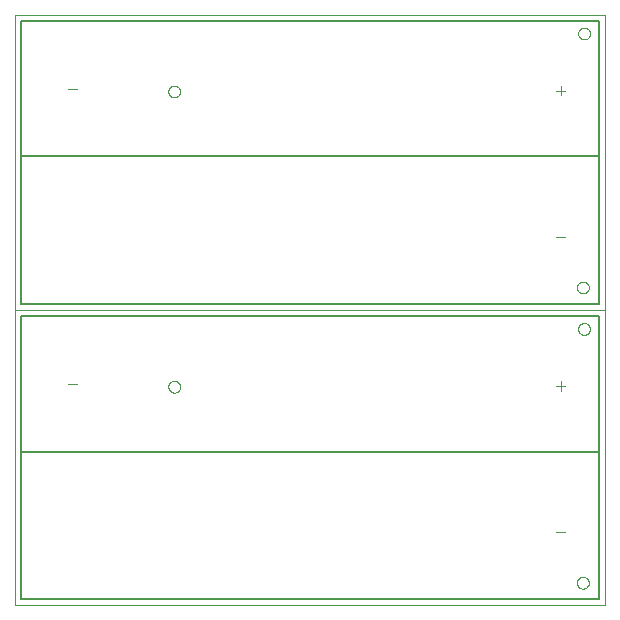
<source format=gbo>
G75*
%MOIN*%
%OFA0B0*%
%FSLAX25Y25*%
%IPPOS*%
%LPD*%
%AMOC8*
5,1,8,0,0,1.08239X$1,22.5*
%
%ADD10C,0.00000*%
%ADD11C,0.00500*%
%ADD12C,0.00400*%
D10*
X0001000Y0001013D02*
X0197850Y0001013D01*
X0197850Y0099438D01*
X0001000Y0099438D01*
X0001000Y0197863D01*
X0197850Y0197863D01*
X0197850Y0099438D01*
X0188795Y0093139D02*
X0188797Y0093227D01*
X0188803Y0093315D01*
X0188813Y0093403D01*
X0188827Y0093491D01*
X0188844Y0093577D01*
X0188866Y0093663D01*
X0188891Y0093747D01*
X0188921Y0093831D01*
X0188953Y0093913D01*
X0188990Y0093993D01*
X0189030Y0094072D01*
X0189074Y0094149D01*
X0189121Y0094224D01*
X0189171Y0094296D01*
X0189225Y0094367D01*
X0189281Y0094434D01*
X0189341Y0094500D01*
X0189403Y0094562D01*
X0189469Y0094622D01*
X0189536Y0094678D01*
X0189607Y0094732D01*
X0189679Y0094782D01*
X0189754Y0094829D01*
X0189831Y0094873D01*
X0189910Y0094913D01*
X0189990Y0094950D01*
X0190072Y0094982D01*
X0190156Y0095012D01*
X0190240Y0095037D01*
X0190326Y0095059D01*
X0190412Y0095076D01*
X0190500Y0095090D01*
X0190588Y0095100D01*
X0190676Y0095106D01*
X0190764Y0095108D01*
X0190852Y0095106D01*
X0190940Y0095100D01*
X0191028Y0095090D01*
X0191116Y0095076D01*
X0191202Y0095059D01*
X0191288Y0095037D01*
X0191372Y0095012D01*
X0191456Y0094982D01*
X0191538Y0094950D01*
X0191618Y0094913D01*
X0191697Y0094873D01*
X0191774Y0094829D01*
X0191849Y0094782D01*
X0191921Y0094732D01*
X0191992Y0094678D01*
X0192059Y0094622D01*
X0192125Y0094562D01*
X0192187Y0094500D01*
X0192247Y0094434D01*
X0192303Y0094367D01*
X0192357Y0094296D01*
X0192407Y0094224D01*
X0192454Y0094149D01*
X0192498Y0094072D01*
X0192538Y0093993D01*
X0192575Y0093913D01*
X0192607Y0093831D01*
X0192637Y0093747D01*
X0192662Y0093663D01*
X0192684Y0093577D01*
X0192701Y0093491D01*
X0192715Y0093403D01*
X0192725Y0093315D01*
X0192731Y0093227D01*
X0192733Y0093139D01*
X0192731Y0093051D01*
X0192725Y0092963D01*
X0192715Y0092875D01*
X0192701Y0092787D01*
X0192684Y0092701D01*
X0192662Y0092615D01*
X0192637Y0092531D01*
X0192607Y0092447D01*
X0192575Y0092365D01*
X0192538Y0092285D01*
X0192498Y0092206D01*
X0192454Y0092129D01*
X0192407Y0092054D01*
X0192357Y0091982D01*
X0192303Y0091911D01*
X0192247Y0091844D01*
X0192187Y0091778D01*
X0192125Y0091716D01*
X0192059Y0091656D01*
X0191992Y0091600D01*
X0191921Y0091546D01*
X0191849Y0091496D01*
X0191774Y0091449D01*
X0191697Y0091405D01*
X0191618Y0091365D01*
X0191538Y0091328D01*
X0191456Y0091296D01*
X0191372Y0091266D01*
X0191288Y0091241D01*
X0191202Y0091219D01*
X0191116Y0091202D01*
X0191028Y0091188D01*
X0190940Y0091178D01*
X0190852Y0091172D01*
X0190764Y0091170D01*
X0190676Y0091172D01*
X0190588Y0091178D01*
X0190500Y0091188D01*
X0190412Y0091202D01*
X0190326Y0091219D01*
X0190240Y0091241D01*
X0190156Y0091266D01*
X0190072Y0091296D01*
X0189990Y0091328D01*
X0189910Y0091365D01*
X0189831Y0091405D01*
X0189754Y0091449D01*
X0189679Y0091496D01*
X0189607Y0091546D01*
X0189536Y0091600D01*
X0189469Y0091656D01*
X0189403Y0091716D01*
X0189341Y0091778D01*
X0189281Y0091844D01*
X0189225Y0091911D01*
X0189171Y0091982D01*
X0189121Y0092054D01*
X0189074Y0092129D01*
X0189030Y0092206D01*
X0188990Y0092285D01*
X0188953Y0092365D01*
X0188921Y0092447D01*
X0188891Y0092531D01*
X0188866Y0092615D01*
X0188844Y0092701D01*
X0188827Y0092787D01*
X0188813Y0092875D01*
X0188803Y0092963D01*
X0188797Y0093051D01*
X0188795Y0093139D01*
X0188401Y0106918D02*
X0188403Y0107006D01*
X0188409Y0107094D01*
X0188419Y0107182D01*
X0188433Y0107270D01*
X0188450Y0107356D01*
X0188472Y0107442D01*
X0188497Y0107526D01*
X0188527Y0107610D01*
X0188559Y0107692D01*
X0188596Y0107772D01*
X0188636Y0107851D01*
X0188680Y0107928D01*
X0188727Y0108003D01*
X0188777Y0108075D01*
X0188831Y0108146D01*
X0188887Y0108213D01*
X0188947Y0108279D01*
X0189009Y0108341D01*
X0189075Y0108401D01*
X0189142Y0108457D01*
X0189213Y0108511D01*
X0189285Y0108561D01*
X0189360Y0108608D01*
X0189437Y0108652D01*
X0189516Y0108692D01*
X0189596Y0108729D01*
X0189678Y0108761D01*
X0189762Y0108791D01*
X0189846Y0108816D01*
X0189932Y0108838D01*
X0190018Y0108855D01*
X0190106Y0108869D01*
X0190194Y0108879D01*
X0190282Y0108885D01*
X0190370Y0108887D01*
X0190458Y0108885D01*
X0190546Y0108879D01*
X0190634Y0108869D01*
X0190722Y0108855D01*
X0190808Y0108838D01*
X0190894Y0108816D01*
X0190978Y0108791D01*
X0191062Y0108761D01*
X0191144Y0108729D01*
X0191224Y0108692D01*
X0191303Y0108652D01*
X0191380Y0108608D01*
X0191455Y0108561D01*
X0191527Y0108511D01*
X0191598Y0108457D01*
X0191665Y0108401D01*
X0191731Y0108341D01*
X0191793Y0108279D01*
X0191853Y0108213D01*
X0191909Y0108146D01*
X0191963Y0108075D01*
X0192013Y0108003D01*
X0192060Y0107928D01*
X0192104Y0107851D01*
X0192144Y0107772D01*
X0192181Y0107692D01*
X0192213Y0107610D01*
X0192243Y0107526D01*
X0192268Y0107442D01*
X0192290Y0107356D01*
X0192307Y0107270D01*
X0192321Y0107182D01*
X0192331Y0107094D01*
X0192337Y0107006D01*
X0192339Y0106918D01*
X0192337Y0106830D01*
X0192331Y0106742D01*
X0192321Y0106654D01*
X0192307Y0106566D01*
X0192290Y0106480D01*
X0192268Y0106394D01*
X0192243Y0106310D01*
X0192213Y0106226D01*
X0192181Y0106144D01*
X0192144Y0106064D01*
X0192104Y0105985D01*
X0192060Y0105908D01*
X0192013Y0105833D01*
X0191963Y0105761D01*
X0191909Y0105690D01*
X0191853Y0105623D01*
X0191793Y0105557D01*
X0191731Y0105495D01*
X0191665Y0105435D01*
X0191598Y0105379D01*
X0191527Y0105325D01*
X0191455Y0105275D01*
X0191380Y0105228D01*
X0191303Y0105184D01*
X0191224Y0105144D01*
X0191144Y0105107D01*
X0191062Y0105075D01*
X0190978Y0105045D01*
X0190894Y0105020D01*
X0190808Y0104998D01*
X0190722Y0104981D01*
X0190634Y0104967D01*
X0190546Y0104957D01*
X0190458Y0104951D01*
X0190370Y0104949D01*
X0190282Y0104951D01*
X0190194Y0104957D01*
X0190106Y0104967D01*
X0190018Y0104981D01*
X0189932Y0104998D01*
X0189846Y0105020D01*
X0189762Y0105045D01*
X0189678Y0105075D01*
X0189596Y0105107D01*
X0189516Y0105144D01*
X0189437Y0105184D01*
X0189360Y0105228D01*
X0189285Y0105275D01*
X0189213Y0105325D01*
X0189142Y0105379D01*
X0189075Y0105435D01*
X0189009Y0105495D01*
X0188947Y0105557D01*
X0188887Y0105623D01*
X0188831Y0105690D01*
X0188777Y0105761D01*
X0188727Y0105833D01*
X0188680Y0105908D01*
X0188636Y0105985D01*
X0188596Y0106064D01*
X0188559Y0106144D01*
X0188527Y0106226D01*
X0188497Y0106310D01*
X0188472Y0106394D01*
X0188450Y0106480D01*
X0188433Y0106566D01*
X0188419Y0106654D01*
X0188409Y0106742D01*
X0188403Y0106830D01*
X0188401Y0106918D01*
X0188795Y0191564D02*
X0188797Y0191652D01*
X0188803Y0191740D01*
X0188813Y0191828D01*
X0188827Y0191916D01*
X0188844Y0192002D01*
X0188866Y0192088D01*
X0188891Y0192172D01*
X0188921Y0192256D01*
X0188953Y0192338D01*
X0188990Y0192418D01*
X0189030Y0192497D01*
X0189074Y0192574D01*
X0189121Y0192649D01*
X0189171Y0192721D01*
X0189225Y0192792D01*
X0189281Y0192859D01*
X0189341Y0192925D01*
X0189403Y0192987D01*
X0189469Y0193047D01*
X0189536Y0193103D01*
X0189607Y0193157D01*
X0189679Y0193207D01*
X0189754Y0193254D01*
X0189831Y0193298D01*
X0189910Y0193338D01*
X0189990Y0193375D01*
X0190072Y0193407D01*
X0190156Y0193437D01*
X0190240Y0193462D01*
X0190326Y0193484D01*
X0190412Y0193501D01*
X0190500Y0193515D01*
X0190588Y0193525D01*
X0190676Y0193531D01*
X0190764Y0193533D01*
X0190852Y0193531D01*
X0190940Y0193525D01*
X0191028Y0193515D01*
X0191116Y0193501D01*
X0191202Y0193484D01*
X0191288Y0193462D01*
X0191372Y0193437D01*
X0191456Y0193407D01*
X0191538Y0193375D01*
X0191618Y0193338D01*
X0191697Y0193298D01*
X0191774Y0193254D01*
X0191849Y0193207D01*
X0191921Y0193157D01*
X0191992Y0193103D01*
X0192059Y0193047D01*
X0192125Y0192987D01*
X0192187Y0192925D01*
X0192247Y0192859D01*
X0192303Y0192792D01*
X0192357Y0192721D01*
X0192407Y0192649D01*
X0192454Y0192574D01*
X0192498Y0192497D01*
X0192538Y0192418D01*
X0192575Y0192338D01*
X0192607Y0192256D01*
X0192637Y0192172D01*
X0192662Y0192088D01*
X0192684Y0192002D01*
X0192701Y0191916D01*
X0192715Y0191828D01*
X0192725Y0191740D01*
X0192731Y0191652D01*
X0192733Y0191564D01*
X0192731Y0191476D01*
X0192725Y0191388D01*
X0192715Y0191300D01*
X0192701Y0191212D01*
X0192684Y0191126D01*
X0192662Y0191040D01*
X0192637Y0190956D01*
X0192607Y0190872D01*
X0192575Y0190790D01*
X0192538Y0190710D01*
X0192498Y0190631D01*
X0192454Y0190554D01*
X0192407Y0190479D01*
X0192357Y0190407D01*
X0192303Y0190336D01*
X0192247Y0190269D01*
X0192187Y0190203D01*
X0192125Y0190141D01*
X0192059Y0190081D01*
X0191992Y0190025D01*
X0191921Y0189971D01*
X0191849Y0189921D01*
X0191774Y0189874D01*
X0191697Y0189830D01*
X0191618Y0189790D01*
X0191538Y0189753D01*
X0191456Y0189721D01*
X0191372Y0189691D01*
X0191288Y0189666D01*
X0191202Y0189644D01*
X0191116Y0189627D01*
X0191028Y0189613D01*
X0190940Y0189603D01*
X0190852Y0189597D01*
X0190764Y0189595D01*
X0190676Y0189597D01*
X0190588Y0189603D01*
X0190500Y0189613D01*
X0190412Y0189627D01*
X0190326Y0189644D01*
X0190240Y0189666D01*
X0190156Y0189691D01*
X0190072Y0189721D01*
X0189990Y0189753D01*
X0189910Y0189790D01*
X0189831Y0189830D01*
X0189754Y0189874D01*
X0189679Y0189921D01*
X0189607Y0189971D01*
X0189536Y0190025D01*
X0189469Y0190081D01*
X0189403Y0190141D01*
X0189341Y0190203D01*
X0189281Y0190269D01*
X0189225Y0190336D01*
X0189171Y0190407D01*
X0189121Y0190479D01*
X0189074Y0190554D01*
X0189030Y0190631D01*
X0188990Y0190710D01*
X0188953Y0190790D01*
X0188921Y0190872D01*
X0188891Y0190956D01*
X0188866Y0191040D01*
X0188844Y0191126D01*
X0188827Y0191212D01*
X0188813Y0191300D01*
X0188803Y0191388D01*
X0188797Y0191476D01*
X0188795Y0191564D01*
X0052181Y0172272D02*
X0052183Y0172360D01*
X0052189Y0172448D01*
X0052199Y0172536D01*
X0052213Y0172624D01*
X0052230Y0172710D01*
X0052252Y0172796D01*
X0052277Y0172880D01*
X0052307Y0172964D01*
X0052339Y0173046D01*
X0052376Y0173126D01*
X0052416Y0173205D01*
X0052460Y0173282D01*
X0052507Y0173357D01*
X0052557Y0173429D01*
X0052611Y0173500D01*
X0052667Y0173567D01*
X0052727Y0173633D01*
X0052789Y0173695D01*
X0052855Y0173755D01*
X0052922Y0173811D01*
X0052993Y0173865D01*
X0053065Y0173915D01*
X0053140Y0173962D01*
X0053217Y0174006D01*
X0053296Y0174046D01*
X0053376Y0174083D01*
X0053458Y0174115D01*
X0053542Y0174145D01*
X0053626Y0174170D01*
X0053712Y0174192D01*
X0053798Y0174209D01*
X0053886Y0174223D01*
X0053974Y0174233D01*
X0054062Y0174239D01*
X0054150Y0174241D01*
X0054238Y0174239D01*
X0054326Y0174233D01*
X0054414Y0174223D01*
X0054502Y0174209D01*
X0054588Y0174192D01*
X0054674Y0174170D01*
X0054758Y0174145D01*
X0054842Y0174115D01*
X0054924Y0174083D01*
X0055004Y0174046D01*
X0055083Y0174006D01*
X0055160Y0173962D01*
X0055235Y0173915D01*
X0055307Y0173865D01*
X0055378Y0173811D01*
X0055445Y0173755D01*
X0055511Y0173695D01*
X0055573Y0173633D01*
X0055633Y0173567D01*
X0055689Y0173500D01*
X0055743Y0173429D01*
X0055793Y0173357D01*
X0055840Y0173282D01*
X0055884Y0173205D01*
X0055924Y0173126D01*
X0055961Y0173046D01*
X0055993Y0172964D01*
X0056023Y0172880D01*
X0056048Y0172796D01*
X0056070Y0172710D01*
X0056087Y0172624D01*
X0056101Y0172536D01*
X0056111Y0172448D01*
X0056117Y0172360D01*
X0056119Y0172272D01*
X0056117Y0172184D01*
X0056111Y0172096D01*
X0056101Y0172008D01*
X0056087Y0171920D01*
X0056070Y0171834D01*
X0056048Y0171748D01*
X0056023Y0171664D01*
X0055993Y0171580D01*
X0055961Y0171498D01*
X0055924Y0171418D01*
X0055884Y0171339D01*
X0055840Y0171262D01*
X0055793Y0171187D01*
X0055743Y0171115D01*
X0055689Y0171044D01*
X0055633Y0170977D01*
X0055573Y0170911D01*
X0055511Y0170849D01*
X0055445Y0170789D01*
X0055378Y0170733D01*
X0055307Y0170679D01*
X0055235Y0170629D01*
X0055160Y0170582D01*
X0055083Y0170538D01*
X0055004Y0170498D01*
X0054924Y0170461D01*
X0054842Y0170429D01*
X0054758Y0170399D01*
X0054674Y0170374D01*
X0054588Y0170352D01*
X0054502Y0170335D01*
X0054414Y0170321D01*
X0054326Y0170311D01*
X0054238Y0170305D01*
X0054150Y0170303D01*
X0054062Y0170305D01*
X0053974Y0170311D01*
X0053886Y0170321D01*
X0053798Y0170335D01*
X0053712Y0170352D01*
X0053626Y0170374D01*
X0053542Y0170399D01*
X0053458Y0170429D01*
X0053376Y0170461D01*
X0053296Y0170498D01*
X0053217Y0170538D01*
X0053140Y0170582D01*
X0053065Y0170629D01*
X0052993Y0170679D01*
X0052922Y0170733D01*
X0052855Y0170789D01*
X0052789Y0170849D01*
X0052727Y0170911D01*
X0052667Y0170977D01*
X0052611Y0171044D01*
X0052557Y0171115D01*
X0052507Y0171187D01*
X0052460Y0171262D01*
X0052416Y0171339D01*
X0052376Y0171418D01*
X0052339Y0171498D01*
X0052307Y0171580D01*
X0052277Y0171664D01*
X0052252Y0171748D01*
X0052230Y0171834D01*
X0052213Y0171920D01*
X0052199Y0172008D01*
X0052189Y0172096D01*
X0052183Y0172184D01*
X0052181Y0172272D01*
X0001000Y0099438D02*
X0001000Y0001013D01*
X0052181Y0073847D02*
X0052183Y0073935D01*
X0052189Y0074023D01*
X0052199Y0074111D01*
X0052213Y0074199D01*
X0052230Y0074285D01*
X0052252Y0074371D01*
X0052277Y0074455D01*
X0052307Y0074539D01*
X0052339Y0074621D01*
X0052376Y0074701D01*
X0052416Y0074780D01*
X0052460Y0074857D01*
X0052507Y0074932D01*
X0052557Y0075004D01*
X0052611Y0075075D01*
X0052667Y0075142D01*
X0052727Y0075208D01*
X0052789Y0075270D01*
X0052855Y0075330D01*
X0052922Y0075386D01*
X0052993Y0075440D01*
X0053065Y0075490D01*
X0053140Y0075537D01*
X0053217Y0075581D01*
X0053296Y0075621D01*
X0053376Y0075658D01*
X0053458Y0075690D01*
X0053542Y0075720D01*
X0053626Y0075745D01*
X0053712Y0075767D01*
X0053798Y0075784D01*
X0053886Y0075798D01*
X0053974Y0075808D01*
X0054062Y0075814D01*
X0054150Y0075816D01*
X0054238Y0075814D01*
X0054326Y0075808D01*
X0054414Y0075798D01*
X0054502Y0075784D01*
X0054588Y0075767D01*
X0054674Y0075745D01*
X0054758Y0075720D01*
X0054842Y0075690D01*
X0054924Y0075658D01*
X0055004Y0075621D01*
X0055083Y0075581D01*
X0055160Y0075537D01*
X0055235Y0075490D01*
X0055307Y0075440D01*
X0055378Y0075386D01*
X0055445Y0075330D01*
X0055511Y0075270D01*
X0055573Y0075208D01*
X0055633Y0075142D01*
X0055689Y0075075D01*
X0055743Y0075004D01*
X0055793Y0074932D01*
X0055840Y0074857D01*
X0055884Y0074780D01*
X0055924Y0074701D01*
X0055961Y0074621D01*
X0055993Y0074539D01*
X0056023Y0074455D01*
X0056048Y0074371D01*
X0056070Y0074285D01*
X0056087Y0074199D01*
X0056101Y0074111D01*
X0056111Y0074023D01*
X0056117Y0073935D01*
X0056119Y0073847D01*
X0056117Y0073759D01*
X0056111Y0073671D01*
X0056101Y0073583D01*
X0056087Y0073495D01*
X0056070Y0073409D01*
X0056048Y0073323D01*
X0056023Y0073239D01*
X0055993Y0073155D01*
X0055961Y0073073D01*
X0055924Y0072993D01*
X0055884Y0072914D01*
X0055840Y0072837D01*
X0055793Y0072762D01*
X0055743Y0072690D01*
X0055689Y0072619D01*
X0055633Y0072552D01*
X0055573Y0072486D01*
X0055511Y0072424D01*
X0055445Y0072364D01*
X0055378Y0072308D01*
X0055307Y0072254D01*
X0055235Y0072204D01*
X0055160Y0072157D01*
X0055083Y0072113D01*
X0055004Y0072073D01*
X0054924Y0072036D01*
X0054842Y0072004D01*
X0054758Y0071974D01*
X0054674Y0071949D01*
X0054588Y0071927D01*
X0054502Y0071910D01*
X0054414Y0071896D01*
X0054326Y0071886D01*
X0054238Y0071880D01*
X0054150Y0071878D01*
X0054062Y0071880D01*
X0053974Y0071886D01*
X0053886Y0071896D01*
X0053798Y0071910D01*
X0053712Y0071927D01*
X0053626Y0071949D01*
X0053542Y0071974D01*
X0053458Y0072004D01*
X0053376Y0072036D01*
X0053296Y0072073D01*
X0053217Y0072113D01*
X0053140Y0072157D01*
X0053065Y0072204D01*
X0052993Y0072254D01*
X0052922Y0072308D01*
X0052855Y0072364D01*
X0052789Y0072424D01*
X0052727Y0072486D01*
X0052667Y0072552D01*
X0052611Y0072619D01*
X0052557Y0072690D01*
X0052507Y0072762D01*
X0052460Y0072837D01*
X0052416Y0072914D01*
X0052376Y0072993D01*
X0052339Y0073073D01*
X0052307Y0073155D01*
X0052277Y0073239D01*
X0052252Y0073323D01*
X0052230Y0073409D01*
X0052213Y0073495D01*
X0052199Y0073583D01*
X0052189Y0073671D01*
X0052183Y0073759D01*
X0052181Y0073847D01*
X0188401Y0008493D02*
X0188403Y0008581D01*
X0188409Y0008669D01*
X0188419Y0008757D01*
X0188433Y0008845D01*
X0188450Y0008931D01*
X0188472Y0009017D01*
X0188497Y0009101D01*
X0188527Y0009185D01*
X0188559Y0009267D01*
X0188596Y0009347D01*
X0188636Y0009426D01*
X0188680Y0009503D01*
X0188727Y0009578D01*
X0188777Y0009650D01*
X0188831Y0009721D01*
X0188887Y0009788D01*
X0188947Y0009854D01*
X0189009Y0009916D01*
X0189075Y0009976D01*
X0189142Y0010032D01*
X0189213Y0010086D01*
X0189285Y0010136D01*
X0189360Y0010183D01*
X0189437Y0010227D01*
X0189516Y0010267D01*
X0189596Y0010304D01*
X0189678Y0010336D01*
X0189762Y0010366D01*
X0189846Y0010391D01*
X0189932Y0010413D01*
X0190018Y0010430D01*
X0190106Y0010444D01*
X0190194Y0010454D01*
X0190282Y0010460D01*
X0190370Y0010462D01*
X0190458Y0010460D01*
X0190546Y0010454D01*
X0190634Y0010444D01*
X0190722Y0010430D01*
X0190808Y0010413D01*
X0190894Y0010391D01*
X0190978Y0010366D01*
X0191062Y0010336D01*
X0191144Y0010304D01*
X0191224Y0010267D01*
X0191303Y0010227D01*
X0191380Y0010183D01*
X0191455Y0010136D01*
X0191527Y0010086D01*
X0191598Y0010032D01*
X0191665Y0009976D01*
X0191731Y0009916D01*
X0191793Y0009854D01*
X0191853Y0009788D01*
X0191909Y0009721D01*
X0191963Y0009650D01*
X0192013Y0009578D01*
X0192060Y0009503D01*
X0192104Y0009426D01*
X0192144Y0009347D01*
X0192181Y0009267D01*
X0192213Y0009185D01*
X0192243Y0009101D01*
X0192268Y0009017D01*
X0192290Y0008931D01*
X0192307Y0008845D01*
X0192321Y0008757D01*
X0192331Y0008669D01*
X0192337Y0008581D01*
X0192339Y0008493D01*
X0192337Y0008405D01*
X0192331Y0008317D01*
X0192321Y0008229D01*
X0192307Y0008141D01*
X0192290Y0008055D01*
X0192268Y0007969D01*
X0192243Y0007885D01*
X0192213Y0007801D01*
X0192181Y0007719D01*
X0192144Y0007639D01*
X0192104Y0007560D01*
X0192060Y0007483D01*
X0192013Y0007408D01*
X0191963Y0007336D01*
X0191909Y0007265D01*
X0191853Y0007198D01*
X0191793Y0007132D01*
X0191731Y0007070D01*
X0191665Y0007010D01*
X0191598Y0006954D01*
X0191527Y0006900D01*
X0191455Y0006850D01*
X0191380Y0006803D01*
X0191303Y0006759D01*
X0191224Y0006719D01*
X0191144Y0006682D01*
X0191062Y0006650D01*
X0190978Y0006620D01*
X0190894Y0006595D01*
X0190808Y0006573D01*
X0190722Y0006556D01*
X0190634Y0006542D01*
X0190546Y0006532D01*
X0190458Y0006526D01*
X0190370Y0006524D01*
X0190282Y0006526D01*
X0190194Y0006532D01*
X0190106Y0006542D01*
X0190018Y0006556D01*
X0189932Y0006573D01*
X0189846Y0006595D01*
X0189762Y0006620D01*
X0189678Y0006650D01*
X0189596Y0006682D01*
X0189516Y0006719D01*
X0189437Y0006759D01*
X0189360Y0006803D01*
X0189285Y0006850D01*
X0189213Y0006900D01*
X0189142Y0006954D01*
X0189075Y0007010D01*
X0189009Y0007070D01*
X0188947Y0007132D01*
X0188887Y0007198D01*
X0188831Y0007265D01*
X0188777Y0007336D01*
X0188727Y0007408D01*
X0188680Y0007483D01*
X0188636Y0007560D01*
X0188596Y0007639D01*
X0188559Y0007719D01*
X0188527Y0007801D01*
X0188497Y0007885D01*
X0188472Y0007969D01*
X0188450Y0008055D01*
X0188433Y0008141D01*
X0188419Y0008229D01*
X0188409Y0008317D01*
X0188403Y0008405D01*
X0188401Y0008493D01*
D11*
X0195882Y0002981D02*
X0195882Y0052194D01*
X0002969Y0052194D01*
X0002969Y0002981D01*
X0195882Y0002981D01*
X0195882Y0052194D02*
X0195882Y0097469D01*
X0002969Y0097469D01*
X0002969Y0052194D01*
X0002969Y0101406D02*
X0002969Y0150619D01*
X0195882Y0150619D01*
X0195882Y0101406D01*
X0002969Y0101406D01*
X0002969Y0150619D02*
X0002969Y0195894D01*
X0195882Y0195894D01*
X0195882Y0150619D01*
D12*
X0183003Y0170996D02*
X0183003Y0174065D01*
X0184538Y0172530D02*
X0181469Y0172530D01*
X0181469Y0123711D02*
X0184538Y0123711D01*
X0183003Y0075640D02*
X0183003Y0072570D01*
X0184538Y0074105D02*
X0181469Y0074105D01*
X0181469Y0025286D02*
X0184538Y0025286D01*
X0021861Y0074696D02*
X0018791Y0074696D01*
X0018791Y0173121D02*
X0021861Y0173121D01*
M02*

</source>
